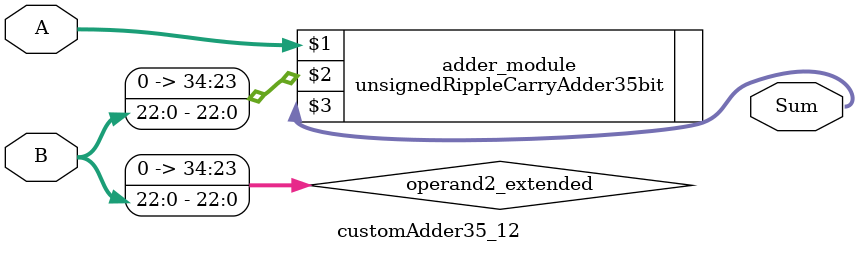
<source format=v>
module customAdder35_12(
                        input [34 : 0] A,
                        input [22 : 0] B,
                        
                        output [35 : 0] Sum
                );

        wire [34 : 0] operand2_extended;
        
        assign operand2_extended =  {12'b0, B};
        
        unsignedRippleCarryAdder35bit adder_module(
            A,
            operand2_extended,
            Sum
        );
        
        endmodule
        
</source>
